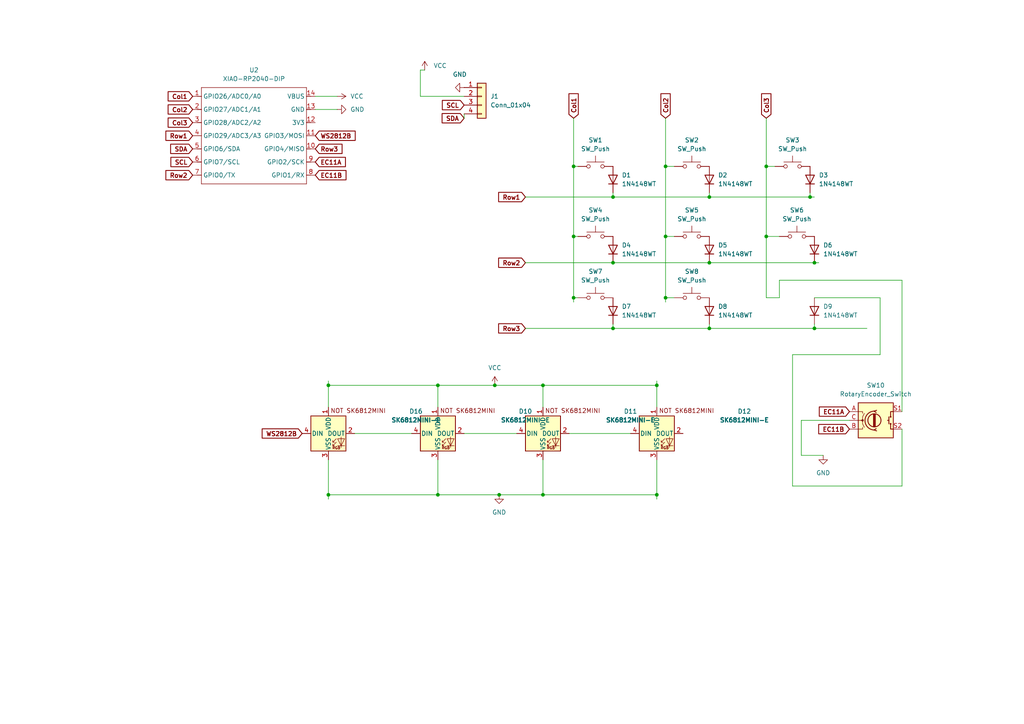
<source format=kicad_sch>
(kicad_sch (version 20250114) (generator "eeschema") (generator_version "9.0")
  (paper "A4")
  (lib_symbols
    (symbol "Connector_Generic:Conn_01x04" (pin_names (offset 1.016) (hide yes))
      (property "Reference" "J" (at 0 5.08 0))
      (property "Value" "Conn_01x04" (at 0 -7.62 0))
      (symbol "Conn_01x04_1_1"
        (rectangle (start -1.27 3.81) (end 1.27 -6.35) (stroke (width 0.254)) (fill (type background)))
        (rectangle (start -1.27 2.667) (end 0 2.413) (stroke (width 0.1524)))
        (rectangle (start -1.27 0.127) (end 0 -0.127) (stroke (width 0.1524)))
        (rectangle (start -1.27 -2.413) (end 0 -2.667) (stroke (width 0.1524)))
        (rectangle (start -1.27 -4.953) (end 0 -5.207) (stroke (width 0.1524)))
        (pin passive line (at -5.08 2.54 0) (length 3.81) (name "Pin_1") (number "1"))
        (pin passive line (at -5.08 0 0) (length 3.81) (name "Pin_2") (number "2"))
        (pin passive line (at -5.08 -2.54 0) (length 3.81) (name "Pin_3") (number "3"))
        (pin passive line (at -5.08 -5.08 0) (length 3.81) (name "Pin_4") (number "4"))
      )
    )
    (symbol "Device:RotaryEncoder_Switch" (pin_names (offset 0.254) (hide yes))
      (property "Reference" "SW" (at 0 6.604 0))
      (property "Value" "RotaryEncoder_Switch" (at 0 -6.604 0))
      (symbol "RotaryEncoder_Switch_0_1"
        (rectangle (start -5.08 5.08) (end 5.08 -5.08) (stroke (width 0.254)) (fill (type background)))
        (polyline (pts (xy -5.08 2.54) (xy -3.81 2.54) (xy -3.81 2.032)))
        (polyline (pts (xy -5.08 0) (xy -3.81 0) (xy -3.81 -1.016) (xy -3.302 -2.032)))
        (polyline (pts (xy -5.08 -2.54) (xy -3.81 -2.54) (xy -3.81 -2.032)))
        (polyline (pts (xy -4.318 0) (xy -3.81 0) (xy -3.81 1.016) (xy -3.302 2.032)))
        (circle (center -3.81 0) (radius 0.254) (fill (type outline)))
        (polyline (pts (xy -0.635 -1.778) (xy -0.635 1.778)) (stroke (width 0.254)))
        (circle (center -0.381 0) (radius 1.905) (stroke (width 0.254)))
        (polyline (pts (xy -0.381 -1.778) (xy -0.381 1.778)) (stroke (width 0.254)))
        (arc (start -0.381 -2.794) (mid -3.0988 -0.0635) (end -0.381 2.667) (stroke (width 0.254)))
        (polyline (pts (xy -0.127 1.778) (xy -0.127 -1.778)) (stroke (width 0.254)))
        (polyline (pts (xy 0.254 2.921) (xy -0.508 2.667) (xy 0.127 2.286)) (stroke (width 0.254)))
        (polyline (pts (xy 0.254 -3.048) (xy -0.508 -2.794) (xy 0.127 -2.413)) (stroke (width 0.254)))
        (polyline (pts (xy 3.81 1.016) (xy 3.81 -1.016)) (stroke (width 0.254)))
        (polyline (pts (xy 3.81 0) (xy 3.429 0)) (stroke (width 0.254)))
        (circle (center 4.318 1.016) (radius 0.127) (stroke (width 0.254)))
        (circle (center 4.318 -1.016) (radius 0.127) (stroke (width 0.254)))
        (polyline (pts (xy 5.08 2.54) (xy 4.318 2.54) (xy 4.318 1.016)) (stroke (width 0.254)))
        (polyline (pts (xy 5.08 -2.54) (xy 4.318 -2.54) (xy 4.318 -1.016)) (stroke (width 0.254)))
      )
      (symbol "RotaryEncoder_Switch_1_1"
        (pin passive line (at -7.62 2.54 0) (length 2.54) (name "A") (number "A"))
        (pin passive line (at -7.62 0 0) (length 2.54) (name "C") (number "C"))
        (pin passive line (at -7.62 -2.54 0) (length 2.54) (name "B") (number "B"))
        (pin passive line (at 7.62 2.54 180) (length 2.54) (name "S1") (number "S1"))
        (pin passive line (at 7.62 -2.54 180) (length 2.54) (name "S2") (number "S2"))
      )
    )
    (symbol "Diode:1N4148WT" (pin_numbers (hide yes)) (pin_names (hide yes))
      (property "Reference" "D" (at 0 2.54 0))
      (property "Value" "1N4148WT" (at 0 -2.54 0))
      (symbol "1N4148WT_0_1"
        (polyline (pts (xy -1.27 1.27) (xy -1.27 -1.27)) (stroke (width 0.254)))
        (polyline (pts (xy 1.27 1.27) (xy 1.27 -1.27) (xy -1.27 0) (xy 1.27 1.27)) (stroke (width 0.254)))
        (polyline (pts (xy 1.27 0) (xy -1.27 0)))
      )
      (symbol "1N4148WT_1_1"
        (pin passive line (at -3.81 0 0) (length 2.54) (name "K") (number "1"))
        (pin passive line (at 3.81 0 180) (length 2.54) (name "A") (number "2"))
      )
    )
    (symbol "SK6812MINI-E:SK6812MINI-E" (pin_names (offset 0.254))
      (property "Reference" "D" (at -3.556 5.842 0))
      (property "Value" "SK6812MINI-E" (at 1.27 -5.715 0))
      (symbol "SK6812MINI-E_0_0"
        (text "RGB" (at 2.286 -4.191 0) (effects (font (size 0.762 0.762))))
      )
      (symbol "SK6812MINI-E_0_1"
        (rectangle (start -5.08 5.08) (end 5.08 -5.08) (stroke (width 0.254)) (fill (type background)))
        (polyline (pts (xy 1.27 -2.54) (xy 1.778 -2.54)))
        (polyline (pts (xy 1.27 -3.556) (xy 1.778 -3.556)))
        (polyline (pts (xy 2.286 -1.524) (xy 1.27 -2.54) (xy 1.27 -2.032)))
        (polyline (pts (xy 2.286 -2.54) (xy 1.27 -3.556) (xy 1.27 -3.048)))
        (polyline (pts (xy 3.683 -1.016) (xy 3.683 -3.556) (xy 3.683 -4.064)))
        (polyline (pts (xy 4.699 -1.524) (xy 2.667 -1.524) (xy 3.683 -3.556) (xy 4.699 -1.524)))
        (polyline (pts (xy 4.699 -3.556) (xy 2.667 -3.556)))
      )
      (symbol "SK6812MINI-E_1_1"
        (text "NOT SK6812MINI" (at 8.636 6.604 0) (effects (font (size 1.27 1.27))))
        (pin input line (at -7.62 0 0) (length 2.54) (name "DIN") (number "4"))
        (pin power_in line (at 0 7.62 270) (length 2.54) (name "VDD") (number "1"))
        (pin power_in line (at 0 -7.62 90) (length 2.54) (name "VSS") (number "3"))
        (pin output line (at 7.62 0 180) (length 2.54) (name "DOUT") (number "2"))
      )
    )
    (symbol "Seeed_Studio_XIAO_Series:XIAO-RP2040-DIP"
      (property "Reference" "U" (at 0 0 0))
      (property "Value" "XIAO-RP2040-DIP" (at 5.334 -1.778 0))
      (symbol "XIAO-RP2040-DIP_1_0"
        (polyline (pts (xy -1.27 -2.54) (xy 29.21 -2.54)) (stroke (width 0.1524)))
        (polyline (pts (xy -1.27 -5.08) (xy -2.54 -5.08)) (stroke (width 0.1524)))
        (polyline (pts (xy -1.27 -5.08) (xy -1.27 -2.54)) (stroke (width 0.1524)))
        (polyline (pts (xy -1.27 -8.89) (xy -2.54 -8.89)) (stroke (width 0.1524)))
        (polyline (pts (xy -1.27 -8.89) (xy -1.27 -5.08)) (stroke (width 0.1524)))
        (polyline (pts (xy -1.27 -12.7) (xy -2.54 -12.7)) (stroke (width 0.1524)))
        (polyline (pts (xy -1.27 -12.7) (xy -1.27 -8.89)) (stroke (width 0.1524)))
        (polyline (pts (xy -1.27 -16.51) (xy -2.54 -16.51)) (stroke (width 0.1524)))
        (polyline (pts (xy -1.27 -16.51) (xy -1.27 -12.7)) (stroke (width 0.1524)))
        (polyline (pts (xy -1.27 -20.32) (xy -2.54 -20.32)) (stroke (width 0.1524)))
        (polyline (pts (xy -1.27 -24.13) (xy -2.54 -24.13)) (stroke (width 0.1524)))
        (polyline (pts (xy -1.27 -27.94) (xy -2.54 -27.94)) (stroke (width 0.1524)))
        (polyline (pts (xy -1.27 -30.48) (xy -1.27 -16.51)) (stroke (width 0.1524)))
        (polyline (pts (xy 29.21 -2.54) (xy 29.21 -5.08)) (stroke (width 0.1524)))
        (polyline (pts (xy 29.21 -5.08) (xy 29.21 -8.89)) (stroke (width 0.1524)))
        (polyline (pts (xy 29.21 -8.89) (xy 29.21 -12.7)) (stroke (width 0.1524)))
        (polyline (pts (xy 29.21 -12.7) (xy 29.21 -30.48)) (stroke (width 0.1524)))
        (polyline (pts (xy 29.21 -30.48) (xy -1.27 -30.48)) (stroke (width 0.1524)))
        (polyline (pts (xy 30.48 -5.08) (xy 29.21 -5.08)) (stroke (width 0.1524)))
        (polyline (pts (xy 30.48 -8.89) (xy 29.21 -8.89)) (stroke (width 0.1524)))
        (polyline (pts (xy 30.48 -12.7) (xy 29.21 -12.7)) (stroke (width 0.1524)))
        (polyline (pts (xy 30.48 -16.51) (xy 29.21 -16.51)) (stroke (width 0.1524)))
        (polyline (pts (xy 30.48 -20.32) (xy 29.21 -20.32)) (stroke (width 0.1524)))
        (polyline (pts (xy 30.48 -24.13) (xy 29.21 -24.13)) (stroke (width 0.1524)))
        (polyline (pts (xy 30.48 -27.94) (xy 29.21 -27.94)) (stroke (width 0.1524)))
        (pin passive line (at -3.81 -5.08 0) (length 2.54) (name "GPIO26/ADC0/A0") (number "1"))
        (pin passive line (at -3.81 -8.89 0) (length 2.54) (name "GPIO27/ADC1/A1") (number "2"))
        (pin passive line (at -3.81 -12.7 0) (length 2.54) (name "GPIO28/ADC2/A2") (number "3"))
        (pin passive line (at -3.81 -16.51 0) (length 2.54) (name "GPIO29/ADC3/A3") (number "4"))
        (pin passive line (at -3.81 -20.32 0) (length 2.54) (name "GPIO6/SDA") (number "5"))
        (pin passive line (at -3.81 -24.13 0) (length 2.54) (name "GPIO7/SCL") (number "6"))
        (pin passive line (at -3.81 -27.94 0) (length 2.54) (name "GPIO0/TX") (number "7"))
        (pin passive line (at 31.75 -5.08 180) (length 2.54) (name "VBUS") (number "14"))
        (pin passive line (at 31.75 -8.89 180) (length 2.54) (name "GND") (number "13"))
        (pin passive line (at 31.75 -12.7 180) (length 2.54) (name "3V3") (number "12"))
        (pin passive line (at 31.75 -16.51 180) (length 2.54) (name "GPIO3/MOSI") (number "11"))
        (pin passive line (at 31.75 -20.32 180) (length 2.54) (name "GPIO4/MISO") (number "10"))
        (pin passive line (at 31.75 -24.13 180) (length 2.54) (name "GPIO2/SCK") (number "9"))
        (pin passive line (at 31.75 -27.94 180) (length 2.54) (name "GPIO1/RX") (number "8"))
      )
    )
    (symbol "Switch:SW_Push" (pin_numbers (hide yes)) (pin_names (offset 1.016) (hide yes))
      (property "Reference" "SW" (at 1.27 2.54 0))
      (property "Value" "SW_Push" (at 0 -1.524 0))
      (symbol "SW_Push_0_1"
        (circle (center -2.032 0) (radius 0.508))
        (polyline (pts (xy 0 1.27) (xy 0 3.048)))
        (circle (center 2.032 0) (radius 0.508))
        (polyline (pts (xy 2.54 1.27) (xy -2.54 1.27)))
        (pin passive line (at -5.08 0 0) (length 2.54) (name "1") (number "1"))
        (pin passive line (at 5.08 0 180) (length 2.54) (name "2") (number "2"))
      )
    )
    (symbol "power:GND" (power) (pin_numbers (hide yes)) (pin_names (offset 0) (hide yes))
      (property "Value" "GND" (at 0 -3.81 0))
      (symbol "GND_0_1"
        (polyline (pts (xy 0 0) (xy 0 -1.27) (xy 1.27 -1.27) (xy 0 -2.54) (xy -1.27 -1.27) (xy 0 -1.27)))
      )
      (symbol "GND_1_1"
        (pin power_in line (at 0 0 270) (length 0) (name "~") (number "1"))
      )
    )
    (symbol "power:VCC" (power) (pin_numbers (hide yes)) (pin_names (offset 0) (hide yes))
      (property "Value" "VCC" (at 0 3.556 0))
      (symbol "VCC_0_1"
        (polyline (pts (xy -0.762 1.27) (xy 0 2.54)))
        (polyline (pts (xy 0 2.54) (xy 0.762 1.27)))
        (polyline (pts (xy 0 0) (xy 0 2.54)))
      )
      (symbol "VCC_1_1"
        (pin power_in line (at 0 0 90) (length 0) (name "~") (number "1"))
      )
    )
  )
  (junction (at 193.04 48.26))
  (junction (at 127 111.76))
  (junction (at 205.74 76.2))
  (junction (at 222.25 68.58))
  (junction (at 166.37 48.26))
  (junction (at 157.48 111.76))
  (junction (at 157.48 143.51))
  (junction (at 193.04 68.58))
  (junction (at 166.37 86.36))
  (junction (at 234.95 57.15))
  (junction (at 205.74 95.25))
  (junction (at 143.51 111.76))
  (junction (at 95.25 111.76))
  (junction (at 236.22 95.25))
  (junction (at 205.74 57.15))
  (junction (at 127 143.51))
  (junction (at 95.25 143.51))
  (junction (at 236.22 76.2))
  (junction (at 190.5 111.76))
  (junction (at 177.8 76.2))
  (junction (at 177.8 57.15))
  (junction (at 144.78 143.51))
  (junction (at 190.5 143.51))
  (junction (at 193.04 86.36))
  (junction (at 222.25 48.26))
  (junction (at 177.8 95.25))
  (junction (at 166.37 68.58))
  (wire (pts (xy 229.87 102.87) (xy 255.27 102.87)))
  (wire (pts (xy 177.8 95.25) (xy 205.74 95.25)))
  (wire (pts (xy 157.48 143.51) (xy 190.5 143.51)))
  (wire (pts (xy 222.25 68.58) (xy 222.25 86.36)))
  (wire (pts (xy 205.74 93.98) (xy 205.74 95.25)))
  (wire (pts (xy 102.87 125.73) (xy 119.38 125.73)))
  (wire (pts (xy 246.38 121.92) (xy 232.41 121.92)))
  (wire (pts (xy 226.06 86.36) (xy 226.06 81.28)))
  (wire (pts (xy 236.22 95.25) (xy 251.46 95.25)))
  (wire (pts (xy 205.74 76.2) (xy 236.22 76.2)))
  (wire (pts (xy 123.19 20.32) (xy 121.92 20.32)))
  (wire (pts (xy 193.04 34.29) (xy 193.04 48.26)))
  (wire (pts (xy 190.5 111.76) (xy 190.5 118.11)))
  (wire (pts (xy 166.37 48.26) (xy 166.37 68.58)))
  (wire (pts (xy 193.04 48.26) (xy 195.58 48.26)))
  (wire (pts (xy 205.74 57.15) (xy 234.95 57.15)))
  (wire (pts (xy 222.25 34.29) (xy 222.25 48.26)))
  (wire (pts (xy 261.62 81.28) (xy 261.62 119.38)))
  (wire (pts (xy 193.04 86.36) (xy 193.04 87.63)))
  (wire (pts (xy 193.04 68.58) (xy 193.04 86.36)))
  (wire (pts (xy 226.06 81.28) (xy 261.62 81.28)))
  (wire (pts (xy 177.8 76.2) (xy 205.74 76.2)))
  (wire (pts (xy 205.74 95.25) (xy 236.22 95.25)))
  (wire (pts (xy 232.41 121.92) (xy 232.41 132.08)))
  (wire (pts (xy 234.95 57.15) (xy 234.95 55.88)))
  (wire (pts (xy 165.1 125.73) (xy 182.88 125.73)))
  (wire (pts (xy 193.04 86.36) (xy 195.58 86.36)))
  (wire (pts (xy 222.25 86.36) (xy 226.06 86.36)))
  (wire (pts (xy 121.92 27.94) (xy 134.62 27.94)))
  (wire (pts (xy 144.78 143.51) (xy 157.48 143.51)))
  (wire (pts (xy 205.74 55.88) (xy 205.74 57.15)))
  (wire (pts (xy 166.37 48.26) (xy 167.64 48.26)))
  (wire (pts (xy 143.51 111.76) (xy 157.48 111.76)))
  (wire (pts (xy 95.25 110.49) (xy 95.25 111.76)))
  (wire (pts (xy 261.62 140.97) (xy 229.87 140.97)))
  (wire (pts (xy 127 111.76) (xy 127 118.11)))
  (wire (pts (xy 152.4 57.15) (xy 177.8 57.15)))
  (wire (pts (xy 166.37 34.29) (xy 166.37 48.26)))
  (wire (pts (xy 234.95 57.15) (xy 236.22 57.15)))
  (wire (pts (xy 95.25 143.51) (xy 95.25 144.78)))
  (wire (pts (xy 193.04 68.58) (xy 195.58 68.58)))
  (wire (pts (xy 236.22 95.25) (xy 236.22 93.98)))
  (wire (pts (xy 127 133.35) (xy 127 143.51)))
  (wire (pts (xy 222.25 68.58) (xy 226.06 68.58)))
  (wire (pts (xy 127 111.76) (xy 143.51 111.76)))
  (wire (pts (xy 157.48 111.76) (xy 190.5 111.76)))
  (wire (pts (xy 95.25 111.76) (xy 127 111.76)))
  (wire (pts (xy 166.37 68.58) (xy 166.37 86.36)))
  (wire (pts (xy 193.04 48.26) (xy 193.04 68.58)))
  (wire (pts (xy 152.4 95.25) (xy 177.8 95.25)))
  (wire (pts (xy 166.37 68.58) (xy 167.64 68.58)))
  (wire (pts (xy 255.27 86.36) (xy 236.22 86.36)))
  (wire (pts (xy 134.62 125.73) (xy 149.86 125.73)))
  (wire (pts (xy 166.37 86.36) (xy 166.37 87.63)))
  (wire (pts (xy 166.37 86.36) (xy 167.64 86.36)))
  (wire (pts (xy 157.48 133.35) (xy 157.48 143.51)))
  (wire (pts (xy 152.4 76.2) (xy 177.8 76.2)))
  (wire (pts (xy 91.44 31.75) (xy 97.79 31.75)))
  (wire (pts (xy 255.27 102.87) (xy 255.27 86.36)))
  (wire (pts (xy 121.92 20.32) (xy 121.92 27.94)))
  (wire (pts (xy 95.25 133.35) (xy 95.25 143.51)))
  (wire (pts (xy 222.25 48.26) (xy 224.79 48.26)))
  (wire (pts (xy 261.62 124.46) (xy 261.62 140.97)))
  (wire (pts (xy 190.5 143.51) (xy 190.5 133.35)))
  (wire (pts (xy 91.44 27.94) (xy 97.79 27.94)))
  (wire (pts (xy 190.5 110.49) (xy 190.5 111.76)))
  (wire (pts (xy 134.62 34.29) (xy 134.62 33.02)))
  (wire (pts (xy 177.8 55.88) (xy 177.8 57.15)))
  (wire (pts (xy 232.41 132.08) (xy 238.76 132.08)))
  (wire (pts (xy 229.87 140.97) (xy 229.87 102.87)))
  (wire (pts (xy 222.25 48.26) (xy 222.25 68.58)))
  (wire (pts (xy 177.8 93.98) (xy 177.8 95.25)))
  (wire (pts (xy 236.22 76.2) (xy 237.49 76.2)))
  (wire (pts (xy 95.25 118.11) (xy 95.25 111.76)))
  (wire (pts (xy 190.5 143.51) (xy 190.5 144.78)))
  (wire (pts (xy 157.48 111.76) (xy 157.48 118.11)))
  (wire (pts (xy 177.8 57.15) (xy 205.74 57.15)))
  (wire (pts (xy 127 143.51) (xy 144.78 143.51)))
  (wire (pts (xy 95.25 143.51) (xy 127 143.51)))
  (global_label "WS2812B" (shape input) (at 87.63 125.73 180) (effects (font (thickness 0.254) (bold yes))) (property "Intersheetrefs" "${INTERSHEET_REFS}" (effects (hide yes))))
  (global_label "Row3" (shape input) (at 152.4 95.25 180) (effects (font (thickness 0.254) (bold yes))) (property "Intersheetrefs" "${INTERSHEET_REFS}" (effects (hide yes))))
  (global_label "Col3" (shape input) (at 55.88 35.56 180) (effects (font (thickness 0.254) (bold yes))) (property "Intersheetrefs" "${INTERSHEET_REFS}" (effects (hide yes))))
  (global_label "Row3" (shape input) (at 91.44 43.18 0) (effects (font (thickness 0.254) (bold yes))) (property "Intersheetrefs" "${INTERSHEET_REFS}" (effects (hide yes))))
  (global_label "Row1" (shape input) (at 55.88 39.37 180) (effects (font (thickness 0.254) (bold yes))) (property "Intersheetrefs" "${INTERSHEET_REFS}" (effects (hide yes))))
  (global_label "WS2812B" (shape input) (at 91.44 39.37 0) (effects (font (thickness 0.254) (bold yes))) (property "Intersheetrefs" "${INTERSHEET_REFS}" (effects (hide yes))))
  (global_label "Col1" (shape input) (at 166.37 34.29 90) (effects (font (thickness 0.254) (bold yes))) (property "Intersheetrefs" "${INTERSHEET_REFS}" (effects (hide yes))))
  (global_label "Col2" (shape input) (at 55.88 31.75 180) (effects (font (thickness 0.254) (bold yes))) (property "Intersheetrefs" "${INTERSHEET_REFS}" (effects (hide yes))))
  (global_label "Row1" (shape input) (at 152.4 57.15 180) (effects (font (thickness 0.254) (bold yes))) (property "Intersheetrefs" "${INTERSHEET_REFS}" (effects (hide yes))))
  (global_label "EC11A" (shape input) (at 91.44 46.99 0) (effects (font (thickness 0.254) (bold yes))) (property "Intersheetrefs" "${INTERSHEET_REFS}" (effects (hide yes))))
  (global_label "EC11A" (shape input) (at 246.38 119.38 180) (effects (font (thickness 0.254) (bold yes))) (property "Intersheetrefs" "${INTERSHEET_REFS}" (effects (hide yes))))
  (global_label "EC11B" (shape input) (at 246.38 124.46 180) (effects (font (thickness 0.254) (bold yes))) (property "Intersheetrefs" "${INTERSHEET_REFS}" (effects (hide yes))))
  (global_label "SDA" (shape input) (at 134.62 34.29 180) (effects (font (thickness 0.254) (bold yes))) (property "Intersheetrefs" "${INTERSHEET_REFS}" (effects (hide yes))))
  (global_label "SCL" (shape input) (at 55.88 46.99 180) (effects (font (thickness 0.254) (bold yes))) (property "Intersheetrefs" "${INTERSHEET_REFS}" (effects (hide yes))))
  (global_label "Col3" (shape input) (at 222.25 34.29 90) (effects (font (thickness 0.254) (bold yes))) (property "Intersheetrefs" "${INTERSHEET_REFS}" (effects (hide yes))))
  (global_label "Col2" (shape input) (at 193.04 34.29 90) (effects (font (thickness 0.254) (bold yes))) (property "Intersheetrefs" "${INTERSHEET_REFS}" (effects (hide yes))))
  (global_label "EC11B" (shape input) (at 91.44 50.8 0) (effects (font (thickness 0.254) (bold yes))) (property "Intersheetrefs" "${INTERSHEET_REFS}" (effects (hide yes))))
  (global_label "Row2" (shape input) (at 55.88 50.8 180) (effects (font (thickness 0.254) (bold yes))) (property "Intersheetrefs" "${INTERSHEET_REFS}" (effects (hide yes))))
  (global_label "SCL" (shape input) (at 134.62 30.48 180) (effects (font (thickness 0.254) (bold yes))) (property "Intersheetrefs" "${INTERSHEET_REFS}" (effects (hide yes))))
  (global_label "SDA" (shape input) (at 55.88 43.18 180) (effects (font (thickness 0.254) (bold yes))) (property "Intersheetrefs" "${INTERSHEET_REFS}" (effects (hide yes))))
  (global_label "Col1" (shape input) (at 55.88 27.94 180) (effects (font (thickness 0.254) (bold yes))) (property "Intersheetrefs" "${INTERSHEET_REFS}" (effects (hide yes))))
  (global_label "Row2" (shape input) (at 152.4 76.2 180) (effects (font (thickness 0.254) (bold yes))) (property "Intersheetrefs" "${INTERSHEET_REFS}" (effects (hide yes))))
  (symbol (lib_id "SK6812MINI-E:SK6812MINI-E") (at 127 125.73 0) (unit 1)
    (property "Reference" "D10" (at 152.4 119.3098 0))
    (property "Value" "SK6812MINI-E" (at 152.4 121.8499 0) (effects (font (thickness 0.254) (bold yes))))
    (property "Footprint" "footprints:SK6812MINI-E_fixed" (effects (hide yes)))
    (property "Datasheet" "https://cdn-shop.adafruit.com/product-files/4960/4960_SK6812MINI-E_REV02_EN.pdf" (effects (hide yes)))
    (property "Description" "RGB LED with integrated controller" (effects (hide yes)))
  )
  (symbol (lib_id "Switch:SW_Push") (at 200.66 48.26 0) (unit 1)
    (property "Reference" "SW2" (at 200.66 40.64 0))
    (property "Value" "SW_Push" (at 200.66 43.18 0))
    (property "Footprint" "Button_Switch_Keyboard:SW_Cherry_MX_1.00u_PCB" (effects (hide yes)))
    (property "Description" "Push button switch, generic, two pins" (effects (hide yes)))
  )
  (symbol (lib_id "Switch:SW_Push") (at 200.66 68.58 0) (unit 1)
    (property "Reference" "SW5" (at 200.66 60.96 0))
    (property "Value" "SW_Push" (at 200.66 63.5 0))
    (property "Footprint" "Button_Switch_Keyboard:SW_Cherry_MX_1.00u_PCB" (effects (hide yes)))
    (property "Description" "Push button switch, generic, two pins" (effects (hide yes)))
  )
  (symbol (lib_id "Switch:SW_Push") (at 231.14 68.58 0) (unit 1)
    (property "Reference" "SW6" (at 231.14 60.96 0))
    (property "Value" "SW_Push" (at 231.14 63.5 0))
    (property "Footprint" "Button_Switch_Keyboard:SW_Cherry_MX_1.00u_PCB" (effects (hide yes)))
    (property "Description" "Push button switch, generic, two pins" (effects (hide yes)))
  )
  (symbol (lib_id "power:GND") (at 144.78 143.51 0) (unit 1)
    (property "Reference" "#PWR06" (effects (hide yes)))
    (property "Value" "GND" (at 144.78 148.59 0))
    (property "Description" "Power symbol creates a global label with name \"GND\" , ground" (effects (hide yes)))
  )
  (symbol (lib_id "Seeed_Studio_XIAO_Series:XIAO-RP2040-DIP") (at 59.69 22.86 0) (unit 1)
    (property "Reference" "U2" (at 73.66 20.32 0))
    (property "Value" "XIAO-RP2040-DIP" (at 73.66 22.86 0))
    (property "Footprint" "Seeed Studio XIAO Series Library:XIAO-RP2040-DIP" (effects (hide yes)))
  )
  (symbol (lib_id "Diode:1N4148WT") (at 236.22 72.39 90) (unit 1)
    (property "Reference" "D6" (at 238.76 71.1199 90) (effects (justify right)))
    (property "Value" "1N4148WT" (at 238.76 73.6599 90) (effects (justify right)))
    (property "Footprint" "Diode_THT:D_DO-35_SOD27_P7.62mm_Horizontal" (effects (hide yes)))
    (property "Datasheet" "https://www.diodes.com/assets/Datasheets/ds30396.pdf" (effects (hide yes)))
    (property "Description" "75V 0.15A Fast switching Diode, SOD-523" (effects (hide yes)))
    (property "Sim.Device" "D" (effects (hide yes)))
    (property "Sim.Pins" "1=K 2=A" (effects (hide yes)))
  )
  (symbol (lib_id "Diode:1N4148WT") (at 177.8 72.39 90) (unit 1)
    (property "Reference" "D4" (at 180.34 71.1199 90) (effects (justify right)))
    (property "Value" "1N4148WT" (at 180.34 73.6599 90) (effects (justify right)))
    (property "Footprint" "Diode_THT:D_DO-35_SOD27_P7.62mm_Horizontal" (effects (hide yes)))
    (property "Datasheet" "https://www.diodes.com/assets/Datasheets/ds30396.pdf" (effects (hide yes)))
    (property "Description" "75V 0.15A Fast switching Diode, SOD-523" (effects (hide yes)))
    (property "Sim.Device" "D" (effects (hide yes)))
    (property "Sim.Pins" "1=K 2=A" (effects (hide yes)))
  )
  (symbol (lib_id "Switch:SW_Push") (at 172.72 86.36 0) (unit 1)
    (property "Reference" "SW7" (at 172.72 78.74 0))
    (property "Value" "SW_Push" (at 172.72 81.28 0))
    (property "Footprint" "Button_Switch_Keyboard:SW_Cherry_MX_1.00u_PCB" (effects (hide yes)))
    (property "Description" "Push button switch, generic, two pins" (effects (hide yes)))
  )
  (symbol (lib_id "SK6812MINI-E:SK6812MINI-E") (at 190.5 125.73 0) (unit 1)
    (property "Reference" "D12" (at 215.9 119.3098 0))
    (property "Value" "SK6812MINI-E" (at 215.9 121.8499 0) (effects (font (thickness 0.254) (bold yes))))
    (property "Footprint" "footprints:SK6812MINI-E_fixed" (effects (hide yes)))
    (property "Datasheet" "https://cdn-shop.adafruit.com/product-files/4960/4960_SK6812MINI-E_REV02_EN.pdf" (effects (hide yes)))
    (property "Description" "RGB LED with integrated controller" (effects (hide yes)))
  )
  (symbol (lib_id "Diode:1N4148WT") (at 236.22 90.17 90) (unit 1)
    (property "Reference" "D9" (at 238.76 88.8999 90) (effects (justify right)))
    (property "Value" "1N4148WT" (at 238.76 91.4399 90) (effects (justify right)))
    (property "Footprint" "Diode_THT:D_DO-35_SOD27_P7.62mm_Horizontal" (effects (hide yes)))
    (property "Datasheet" "https://www.diodes.com/assets/Datasheets/ds30396.pdf" (effects (hide yes)))
    (property "Description" "75V 0.15A Fast switching Diode, SOD-523" (effects (hide yes)))
    (property "Sim.Device" "D" (effects (hide yes)))
    (property "Sim.Pins" "1=K 2=A" (effects (hide yes)))
  )
  (symbol (lib_id "Diode:1N4148WT") (at 177.8 90.17 90) (unit 1)
    (property "Reference" "D7" (at 180.34 88.8999 90) (effects (justify right)))
    (property "Value" "1N4148WT" (at 180.34 91.4399 90) (effects (justify right)))
    (property "Footprint" "Diode_THT:D_DO-35_SOD27_P7.62mm_Horizontal" (effects (hide yes)))
    (property "Datasheet" "https://www.diodes.com/assets/Datasheets/ds30396.pdf" (effects (hide yes)))
    (property "Description" "75V 0.15A Fast switching Diode, SOD-523" (effects (hide yes)))
    (property "Sim.Device" "D" (effects (hide yes)))
    (property "Sim.Pins" "1=K 2=A" (effects (hide yes)))
  )
  (symbol (lib_id "power:GND") (at 238.76 132.08 0) (unit 1)
    (property "Reference" "#PWR07" (effects (hide yes)))
    (property "Value" "GND" (at 238.76 137.16 0))
    (property "Description" "Power symbol creates a global label with name \"GND\" , ground" (effects (hide yes)))
  )
  (symbol (lib_id "power:VCC") (at 97.79 27.94 270) (unit 1)
    (property "Reference" "#PWR02" (effects (hide yes)))
    (property "Value" "VCC" (at 101.6 27.9399 90) (effects (justify left)))
    (property "Description" "Power symbol creates a global label with name \"VCC\"" (effects (hide yes)))
  )
  (symbol (lib_id "Switch:SW_Push") (at 229.87 48.26 0) (unit 1)
    (property "Reference" "SW3" (at 229.87 40.64 0))
    (property "Value" "SW_Push" (at 229.87 43.18 0))
    (property "Footprint" "Button_Switch_Keyboard:SW_Cherry_MX_1.00u_PCB" (effects (hide yes)))
    (property "Description" "Push button switch, generic, two pins" (effects (hide yes)))
  )
  (symbol (lib_id "SK6812MINI-E:SK6812MINI-E") (at 157.48 125.73 0) (unit 1)
    (property "Reference" "D11" (at 182.88 119.3098 0))
    (property "Value" "SK6812MINI-E" (at 182.88 121.8499 0) (effects (font (thickness 0.254) (bold yes))))
    (property "Footprint" "footprints:SK6812MINI-E_fixed" (effects (hide yes)))
    (property "Datasheet" "https://cdn-shop.adafruit.com/product-files/4960/4960_SK6812MINI-E_REV02_EN.pdf" (effects (hide yes)))
    (property "Description" "RGB LED with integrated controller" (effects (hide yes)))
  )
  (symbol (lib_id "Connector_Generic:Conn_01x04") (at 139.7 27.94 0) (unit 1)
    (property "Reference" "J1" (at 142.24 27.9399 0) (effects (justify left)))
    (property "Value" "Conn_01x04" (at 142.24 30.4799 0) (effects (justify left)))
    (property "Footprint" "Oled:SSD1306-0.91-OLED-4pin-128x32" (effects (hide yes)))
    (property "Description" "Generic connector, single row, 01x04, script generated (kicad-library-utils/schlib/autogen/connector/)" (effects (hide yes)))
  )
  (symbol (lib_id "power:VCC") (at 143.51 111.76 0) (unit 1)
    (property "Reference" "#PWR05" (effects (hide yes)))
    (property "Value" "VCC" (at 143.51 106.68 0))
    (property "Description" "Power symbol creates a global label with name \"VCC\"" (effects (hide yes)))
  )
  (symbol (lib_id "Device:RotaryEncoder_Switch") (at 254 121.92 0) (unit 1)
    (property "Reference" "SW10" (at 254 111.76 0))
    (property "Value" "RotaryEncoder_Switch" (at 254 114.3 0))
    (property "Footprint" "Rotary_Encoder:RotaryEncoder_Alps_EC11E-Switch_Vertical_H20mm" (effects (hide yes)))
    (property "Description" "Rotary encoder, dual channel, incremental quadrate outputs, with switch" (effects (hide yes)))
  )
  (symbol (lib_id "Diode:1N4148WT") (at 205.74 72.39 90) (unit 1)
    (property "Reference" "D5" (at 208.28 71.1199 90) (effects (justify right)))
    (property "Value" "1N4148WT" (at 208.28 73.6599 90) (effects (justify right)))
    (property "Footprint" "Diode_THT:D_DO-35_SOD27_P7.62mm_Horizontal" (effects (hide yes)))
    (property "Datasheet" "https://www.diodes.com/assets/Datasheets/ds30396.pdf" (effects (hide yes)))
    (property "Description" "75V 0.15A Fast switching Diode, SOD-523" (effects (hide yes)))
    (property "Sim.Device" "D" (effects (hide yes)))
    (property "Sim.Pins" "1=K 2=A" (effects (hide yes)))
  )
  (symbol (lib_id "SK6812MINI-E:SK6812MINI-E") (at 95.25 125.73 0) (unit 1)
    (property "Reference" "D16" (at 120.65 119.3098 0))
    (property "Value" "SK6812MINI-E" (at 120.65 121.8499 0) (effects (font (thickness 0.254) (bold yes))))
    (property "Footprint" "footprints:SK6812MINI-E_fixed" (effects (hide yes)))
    (property "Datasheet" "https://cdn-shop.adafruit.com/product-files/4960/4960_SK6812MINI-E_REV02_EN.pdf" (effects (hide yes)))
    (property "Description" "RGB LED with integrated controller" (effects (hide yes)))
  )
  (symbol (lib_id "power:GND") (at 134.62 25.4 270) (unit 1)
    (property "Reference" "#PWR04" (effects (hide yes)))
    (property "Value" "GND" (at 133.35 21.59 90))
    (property "Description" "Power symbol creates a global label with name \"GND\" , ground" (effects (hide yes)))
  )
  (symbol (lib_id "Diode:1N4148WT") (at 205.74 52.07 90) (unit 1)
    (property "Reference" "D2" (at 208.28 50.7999 90) (effects (justify right)))
    (property "Value" "1N4148WT" (at 208.28 53.3399 90) (effects (justify right)))
    (property "Footprint" "Diode_THT:D_DO-35_SOD27_P7.62mm_Horizontal" (effects (hide yes)))
    (property "Datasheet" "https://www.diodes.com/assets/Datasheets/ds30396.pdf" (effects (hide yes)))
    (property "Description" "75V 0.15A Fast switching Diode, SOD-523" (effects (hide yes)))
    (property "Sim.Device" "D" (effects (hide yes)))
    (property "Sim.Pins" "1=K 2=A" (effects (hide yes)))
  )
  (symbol (lib_id "Switch:SW_Push") (at 172.72 48.26 0) (unit 1)
    (property "Reference" "SW1" (at 172.72 40.64 0))
    (property "Value" "SW_Push" (at 172.72 43.18 0))
    (property "Footprint" "Button_Switch_Keyboard:SW_Cherry_MX_1.00u_PCB" (effects (hide yes)))
    (property "Description" "Push button switch, generic, two pins" (effects (hide yes)))
  )
  (symbol (lib_id "Switch:SW_Push") (at 200.66 86.36 0) (unit 1)
    (property "Reference" "SW8" (at 200.66 78.74 0))
    (property "Value" "SW_Push" (at 200.66 81.28 0))
    (property "Footprint" "Button_Switch_Keyboard:SW_Cherry_MX_1.00u_PCB" (effects (hide yes)))
    (property "Description" "Push button switch, generic, two pins" (effects (hide yes)))
  )
  (symbol (lib_id "Switch:SW_Push") (at 172.72 68.58 0) (unit 1)
    (property "Reference" "SW4" (at 172.72 60.96 0))
    (property "Value" "SW_Push" (at 172.72 63.5 0))
    (property "Footprint" "Button_Switch_Keyboard:SW_Cherry_MX_1.00u_PCB" (effects (hide yes)))
    (property "Description" "Push button switch, generic, two pins" (effects (hide yes)))
  )
  (symbol (lib_id "Diode:1N4148WT") (at 234.95 52.07 90) (unit 1)
    (property "Reference" "D3" (at 237.49 50.7999 90) (effects (justify right)))
    (property "Value" "1N4148WT" (at 237.49 53.3399 90) (effects (justify right)))
    (property "Footprint" "Diode_THT:D_DO-35_SOD27_P7.62mm_Horizontal" (effects (hide yes)))
    (property "Datasheet" "https://www.diodes.com/assets/Datasheets/ds30396.pdf" (effects (hide yes)))
    (property "Description" "75V 0.15A Fast switching Diode, SOD-523" (effects (hide yes)))
    (property "Sim.Device" "D" (effects (hide yes)))
    (property "Sim.Pins" "1=K 2=A" (effects (hide yes)))
  )
  (symbol (lib_id "Diode:1N4148WT") (at 205.74 90.17 90) (unit 1)
    (property "Reference" "D8" (at 208.28 88.8999 90) (effects (justify right)))
    (property "Value" "1N4148WT" (at 208.28 91.4399 90) (effects (justify right)))
    (property "Footprint" "Diode_THT:D_DO-35_SOD27_P7.62mm_Horizontal" (effects (hide yes)))
    (property "Datasheet" "https://www.diodes.com/assets/Datasheets/ds30396.pdf" (effects (hide yes)))
    (property "Description" "75V 0.15A Fast switching Diode, SOD-523" (effects (hide yes)))
    (property "Sim.Device" "D" (effects (hide yes)))
    (property "Sim.Pins" "1=K 2=A" (effects (hide yes)))
  )
  (symbol (lib_id "power:VCC") (at 123.19 20.32 0) (unit 1)
    (property "Reference" "#PWR03" (effects (hide yes)))
    (property "Value" "VCC" (at 125.73 19.0499 0) (effects (justify left)))
    (property "Description" "Power symbol creates a global label with name \"VCC\"" (effects (hide yes)))
  )
  (symbol (lib_id "Diode:1N4148WT") (at 177.8 52.07 90) (unit 1)
    (property "Reference" "D1" (at 180.34 50.7999 90) (effects (justify right)))
    (property "Value" "1N4148WT" (at 180.34 53.3399 90) (effects (justify right)))
    (property "Footprint" "Diode_THT:D_DO-35_SOD27_P7.62mm_Horizontal" (effects (hide yes)))
    (property "Datasheet" "https://www.diodes.com/assets/Datasheets/ds30396.pdf" (effects (hide yes)))
    (property "Description" "75V 0.15A Fast switching Diode, SOD-523" (effects (hide yes)))
    (property "Sim.Device" "D" (effects (hide yes)))
    (property "Sim.Pins" "1=K 2=A" (effects (hide yes)))
  )
  (symbol (lib_id "power:GND") (at 97.79 31.75 90) (unit 1)
    (property "Reference" "#PWR01" (effects (hide yes)))
    (property "Value" "GND" (at 101.6 31.7499 90) (effects (justify right)))
    (property "Description" "Power symbol creates a global label with name \"GND\" , ground" (effects (hide yes)))
  )
)
</source>
